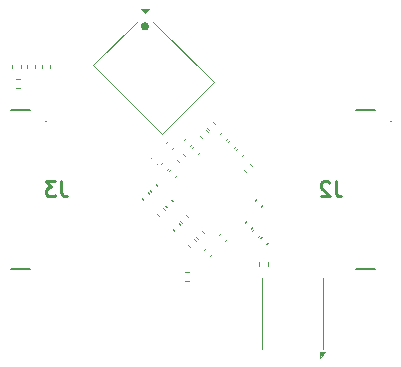
<source format=gbr>
%TF.GenerationSoftware,KiCad,Pcbnew,9.0.2*%
%TF.CreationDate,2025-11-14T17:05:06-08:00*%
%TF.ProjectId,pico2-nx-module,7069636f-322d-46e7-982d-6d6f64756c65,rev?*%
%TF.SameCoordinates,Original*%
%TF.FileFunction,Legend,Bot*%
%TF.FilePolarity,Positive*%
%FSLAX46Y46*%
G04 Gerber Fmt 4.6, Leading zero omitted, Abs format (unit mm)*
G04 Created by KiCad (PCBNEW 9.0.2) date 2025-11-14 17:05:06*
%MOMM*%
%LPD*%
G01*
G04 APERTURE LIST*
%ADD10C,0.374500*%
%ADD11C,0.254000*%
%ADD12C,0.120000*%
%ADD13C,0.200000*%
%ADD14C,0.100000*%
G04 APERTURE END LIST*
D10*
X114607810Y-71370000D02*
G75*
G02*
X114233310Y-71370000I-187250J0D01*
G01*
X114233310Y-71370000D02*
G75*
G02*
X114607810Y-71370000I187250J0D01*
G01*
D11*
X130573332Y-84504318D02*
X130573332Y-85411461D01*
X130573332Y-85411461D02*
X130633809Y-85592889D01*
X130633809Y-85592889D02*
X130754761Y-85713842D01*
X130754761Y-85713842D02*
X130936190Y-85774318D01*
X130936190Y-85774318D02*
X131057142Y-85774318D01*
X130029047Y-84625270D02*
X129968571Y-84564794D01*
X129968571Y-84564794D02*
X129847618Y-84504318D01*
X129847618Y-84504318D02*
X129545237Y-84504318D01*
X129545237Y-84504318D02*
X129424285Y-84564794D01*
X129424285Y-84564794D02*
X129363809Y-84625270D01*
X129363809Y-84625270D02*
X129303332Y-84746222D01*
X129303332Y-84746222D02*
X129303332Y-84867175D01*
X129303332Y-84867175D02*
X129363809Y-85048603D01*
X129363809Y-85048603D02*
X130089523Y-85774318D01*
X130089523Y-85774318D02*
X129303332Y-85774318D01*
X107326332Y-84504318D02*
X107326332Y-85411461D01*
X107326332Y-85411461D02*
X107386809Y-85592889D01*
X107386809Y-85592889D02*
X107507761Y-85713842D01*
X107507761Y-85713842D02*
X107689190Y-85774318D01*
X107689190Y-85774318D02*
X107810142Y-85774318D01*
X106842523Y-84504318D02*
X106056332Y-84504318D01*
X106056332Y-84504318D02*
X106479666Y-84988127D01*
X106479666Y-84988127D02*
X106298237Y-84988127D01*
X106298237Y-84988127D02*
X106177285Y-85048603D01*
X106177285Y-85048603D02*
X106116809Y-85109080D01*
X106116809Y-85109080D02*
X106056332Y-85230032D01*
X106056332Y-85230032D02*
X106056332Y-85532413D01*
X106056332Y-85532413D02*
X106116809Y-85653365D01*
X106116809Y-85653365D02*
X106177285Y-85713842D01*
X106177285Y-85713842D02*
X106298237Y-85774318D01*
X106298237Y-85774318D02*
X106661094Y-85774318D01*
X106661094Y-85774318D02*
X106782047Y-85713842D01*
X106782047Y-85713842D02*
X106842523Y-85653365D01*
D12*
%TO.C,FB7*%
X116760957Y-88560074D02*
X116913460Y-88712577D01*
X117270074Y-88050957D02*
X117422577Y-88203460D01*
%TO.C,FB9*%
X119068601Y-80667718D02*
X119221104Y-80820221D01*
X119577718Y-80158601D02*
X119730221Y-80311104D01*
%TO.C,C27*%
X116272282Y-86711399D02*
X116119779Y-86558896D01*
X116781399Y-86202282D02*
X116628896Y-86049779D01*
%TO.C,C41*%
X122148601Y-81832282D02*
X122301104Y-81679779D01*
X122657718Y-82341399D02*
X122810221Y-82188896D01*
%TO.C,FB4*%
X115955896Y-82857259D02*
X115803393Y-83009762D01*
X116465013Y-83366376D02*
X116312510Y-83518879D01*
%TO.C,FB5*%
X118068601Y-89877718D02*
X118221104Y-90030221D01*
X118577718Y-89368601D02*
X118730221Y-89521104D01*
%TO.C,R8*%
X103200001Y-74923639D02*
X103200001Y-74616357D01*
X103960001Y-74923639D02*
X103960001Y-74616357D01*
%TO.C,C7*%
X121458601Y-81142282D02*
X121611104Y-80989779D01*
X121967718Y-81651399D02*
X122120221Y-81498896D01*
%TO.C,C43*%
X123656114Y-88533549D02*
X123503611Y-88686052D01*
X124165231Y-89042666D02*
X124012728Y-89195169D01*
%TO.C,C39*%
X117259463Y-82857893D02*
X117106960Y-82705390D01*
X117768580Y-82348776D02*
X117616077Y-82196273D01*
%TO.C,C29*%
X122839779Y-83518896D02*
X122992282Y-83671399D01*
X123348896Y-83009779D02*
X123501399Y-83162282D01*
%TO.C,FB6*%
X115614378Y-87411960D02*
X115461875Y-87259457D01*
X116123495Y-86902843D02*
X115970992Y-86750340D01*
%TO.C,C42*%
X119861104Y-80140221D02*
X119708601Y-79987718D01*
X120370221Y-79631104D02*
X120217718Y-79478601D01*
%TO.C,U4*%
X124290400Y-98708985D02*
X124290400Y-92708985D01*
X129510400Y-98698985D02*
X129510400Y-92708985D01*
X129210400Y-99418985D02*
X129210400Y-98938985D01*
X129690400Y-98938985D01*
X129210400Y-99418985D01*
G36*
X129210400Y-99418985D02*
G01*
X129210400Y-98938985D01*
X129690400Y-98938985D01*
X129210400Y-99418985D01*
G37*
D13*
%TO.C,J2*%
X132255000Y-78440000D02*
X133855000Y-78440000D01*
X132255000Y-91960000D02*
X133855000Y-91960000D01*
D14*
X135155000Y-79400000D02*
X135155000Y-79400000D01*
X135255000Y-79400000D02*
X135255000Y-79400000D01*
X135155000Y-79400000D02*
G75*
G02*
X135255000Y-79400000I50000J0D01*
G01*
X135255000Y-79400000D02*
G75*
G02*
X135155000Y-79400000I-50000J0D01*
G01*
D12*
%TO.C,FB8*%
X122852913Y-88020060D02*
X123005416Y-87867557D01*
X123362030Y-88529177D02*
X123514533Y-88376674D01*
%TO.C,R12*%
X118143642Y-92170000D02*
X117836360Y-92170000D01*
X118143642Y-92930000D02*
X117836360Y-92930000D01*
%TO.C,R3*%
X124070000Y-91336360D02*
X124070000Y-91643642D01*
X124830000Y-91336360D02*
X124830000Y-91643642D01*
%TO.C,C8*%
X119418601Y-90312282D02*
X119571104Y-90159779D01*
X119927718Y-90821399D02*
X120080221Y-90668896D01*
%TO.C,FB3*%
X114135421Y-85946037D02*
X114287924Y-86098540D01*
X114644538Y-85436920D02*
X114797041Y-85589423D01*
%TO.C,R26*%
X103526364Y-75819998D02*
X103833646Y-75819998D01*
X103526364Y-76579998D02*
X103833646Y-76579998D01*
%TO.C,C30*%
X118389478Y-81686205D02*
X118541981Y-81533702D01*
X118898595Y-82195322D02*
X119051098Y-82042819D01*
D13*
%TO.C,J3*%
X103055000Y-78440000D02*
X104655000Y-78440000D01*
X103055000Y-91960000D02*
X104655000Y-91960000D01*
D14*
X105955000Y-79400000D02*
X105955000Y-79400000D01*
X106055000Y-79400000D02*
X106055000Y-79400000D01*
X105955000Y-79400000D02*
G75*
G02*
X106055000Y-79400000I50000J0D01*
G01*
X106055000Y-79400000D02*
G75*
G02*
X105955000Y-79400000I-50000J0D01*
G01*
D12*
%TO.C,FB2*%
X117890612Y-80822231D02*
X117738109Y-80974734D01*
X118399729Y-81331348D02*
X118247226Y-81483851D01*
%TO.C,C40*%
X124314936Y-89184727D02*
X124162433Y-89337230D01*
X124824053Y-89693844D02*
X124671550Y-89846347D01*
%TO.C,U13*%
X110024689Y-74662893D02*
X115837107Y-80475311D01*
X113715786Y-70971796D02*
X110024689Y-74662893D01*
X115837107Y-80475311D02*
X120235311Y-76077107D01*
X120235311Y-76077107D02*
X115130000Y-70971796D01*
X114422893Y-70264689D02*
X114069340Y-69911136D01*
X114776447Y-69911136D01*
X114422893Y-70264689D01*
G36*
X114422893Y-70264689D02*
G01*
X114069340Y-69911136D01*
X114776447Y-69911136D01*
X114422893Y-70264689D01*
G37*
%TO.C,C24*%
X115041132Y-82409880D02*
X114888629Y-82562383D01*
X115550249Y-82918997D02*
X115397746Y-83071500D01*
%TO.C,C26*%
X116617615Y-83494514D02*
X116465112Y-83647017D01*
X117126732Y-84003631D02*
X116974229Y-84156134D01*
%TO.C,C28*%
X117418601Y-87897718D02*
X117571104Y-88050221D01*
X117927718Y-87388601D02*
X118080221Y-87541104D01*
%TO.C,C11*%
X120779779Y-80461104D02*
X120932282Y-80308601D01*
X121288896Y-80970221D02*
X121441399Y-80817718D01*
%TO.C,R18*%
X104390003Y-74923640D02*
X104390003Y-74616358D01*
X105150003Y-74923640D02*
X105150003Y-74616358D01*
%TO.C,C32*%
X116189779Y-81271104D02*
X116342282Y-81118601D01*
X116698896Y-81780221D02*
X116851399Y-81627718D01*
%TO.C,C10*%
X123861104Y-86029779D02*
X123708601Y-86182282D01*
X124370221Y-86538896D02*
X124217718Y-86691399D01*
%TO.C,C9*%
X120852282Y-88878601D02*
X120699779Y-89031104D01*
X121361399Y-89387718D02*
X121208896Y-89540221D01*
%TO.C,C3*%
X105690000Y-74887834D02*
X105690000Y-74672162D01*
X106410000Y-74887834D02*
X106410000Y-74672162D01*
%TO.C,C25*%
X114815149Y-85258896D02*
X114967652Y-85411399D01*
X115324266Y-84749779D02*
X115476769Y-84902282D01*
%TO.C,C31*%
X118739272Y-89208412D02*
X118891775Y-89360915D01*
X119248389Y-88699295D02*
X119400892Y-88851798D01*
%TD*%
M02*

</source>
